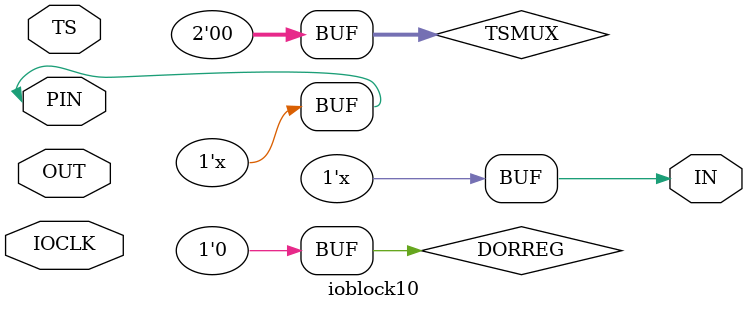
<source format=v>
module ioblock10(
	       inout  PIN,
	       input  TS,
	       input  OUT,
	       output IN,
	       input IOCLK
	       );
   
   reg 		     D;
   reg [2-1:0] 	     TSMUX;
   reg 		     DORREG;

   assign PIN = ( TSMUX == 2'b00 ) ? 1'bz : (( TSMUX == 2'b01 && TS == 1'b1 ) ? OUT : (( TSMUX == 2'b01 && TS == 1'b0 ) ? 1'bz : OUT));
   assign IN  = ( DORREG == 1'b0 ) ? PIN  : D;
   
   initial
     begin
	D=1'b0;
	TSMUX=2'b00;
	DORREG=1'b0;
     end
   
   always @(posedge IOCLK) D=PIN;
   
endmodule       

</source>
